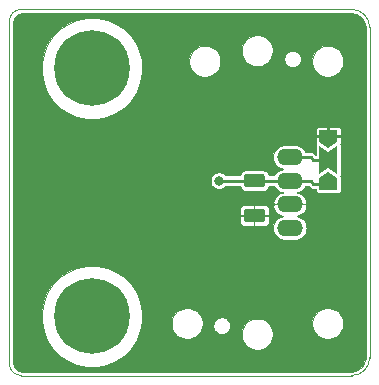
<source format=gbr>
G04 #@! TF.GenerationSoftware,KiCad,Pcbnew,5.1.9*
G04 #@! TF.CreationDate,2021-01-10T02:38:05+01:00*
G04 #@! TF.ProjectId,pressureSensorHolder,70726573-7375-4726-9553-656e736f7248,rev?*
G04 #@! TF.SameCoordinates,PX4dab598PY46b8d58*
G04 #@! TF.FileFunction,Copper,L1,Top*
G04 #@! TF.FilePolarity,Positive*
%FSLAX46Y46*%
G04 Gerber Fmt 4.6, Leading zero omitted, Abs format (unit mm)*
G04 Created by KiCad (PCBNEW 5.1.9) date 2021-01-10 02:38:05*
%MOMM*%
%LPD*%
G01*
G04 APERTURE LIST*
G04 #@! TA.AperFunction,Profile*
%ADD10C,0.050000*%
G04 #@! TD*
G04 #@! TA.AperFunction,ComponentPad*
%ADD11O,2.200000X1.400000*%
G04 #@! TD*
G04 #@! TA.AperFunction,ComponentPad*
%ADD12C,0.800000*%
G04 #@! TD*
G04 #@! TA.AperFunction,ComponentPad*
%ADD13C,6.400000*%
G04 #@! TD*
G04 #@! TA.AperFunction,SMDPad,CuDef*
%ADD14C,0.100000*%
G04 #@! TD*
G04 #@! TA.AperFunction,ViaPad*
%ADD15C,0.800000*%
G04 #@! TD*
G04 #@! TA.AperFunction,Conductor*
%ADD16C,0.254000*%
G04 #@! TD*
G04 #@! TA.AperFunction,Conductor*
%ADD17C,0.120000*%
G04 #@! TD*
G04 #@! TA.AperFunction,Conductor*
%ADD18C,0.100000*%
G04 #@! TD*
G04 APERTURE END LIST*
D10*
X47500000Y-25000000D02*
G75*
G02*
X46500000Y-24000000I0J1000000D01*
G01*
X46500000Y5000000D02*
G75*
G02*
X47500000Y6000000I1000000J0D01*
G01*
X77000000Y-23500000D02*
G75*
G02*
X75500000Y-25000000I-1500000J0D01*
G01*
X75500000Y6000000D02*
G75*
G02*
X77000000Y4500000I0J-1500000D01*
G01*
X77000000Y-23500000D02*
X77000000Y4500000D01*
X47500000Y-25000000D02*
X75500000Y-25000000D01*
X46500000Y5000000D02*
X46500000Y-24000000D01*
X75500000Y6000000D02*
X47500000Y6000000D01*
D11*
X70250000Y-6500000D03*
X70250000Y-8500000D03*
X70250000Y-10500000D03*
X70250000Y-12500000D03*
D12*
X55197056Y-18302944D03*
X53500000Y-17600000D03*
X51802944Y-18302944D03*
X51100000Y-20000000D03*
X51802944Y-21697056D03*
X53500000Y-22400000D03*
X55197056Y-21697056D03*
X55900000Y-20000000D03*
D13*
X53500000Y-20000000D03*
D12*
X55197056Y2697056D03*
X53500000Y3400000D03*
X51802944Y2697056D03*
X51100000Y1000000D03*
X51802944Y-697056D03*
X53500000Y-1400000D03*
X55197056Y-697056D03*
X55900000Y1000000D03*
D13*
X53500000Y1000000D03*
G04 #@! TA.AperFunction,SMDPad,CuDef*
D14*
G36*
X73500000Y-7750000D02*
G01*
X74250000Y-8250000D01*
X74250000Y-9250000D01*
X72750000Y-9250000D01*
X72750000Y-8250000D01*
X73500000Y-7750000D01*
G37*
G04 #@! TD.AperFunction*
G04 #@! TA.AperFunction,SMDPad,CuDef*
G36*
X73500000Y-6050000D02*
G01*
X74250000Y-5550000D01*
X74250000Y-7950000D01*
X73500000Y-7450000D01*
X72750000Y-7950000D01*
X72750000Y-5550000D01*
X73500000Y-6050000D01*
G37*
G04 #@! TD.AperFunction*
G04 #@! TA.AperFunction,SMDPad,CuDef*
G36*
X73500000Y-5750000D02*
G01*
X72750000Y-5250000D01*
X72750000Y-4250000D01*
X74250000Y-4250000D01*
X74250000Y-5250000D01*
X73500000Y-5750000D01*
G37*
G04 #@! TD.AperFunction*
G04 #@! TA.AperFunction,SMDPad,CuDef*
G36*
G01*
X66599999Y-10875000D02*
X67900001Y-10875000D01*
G75*
G02*
X68150000Y-11124999I0J-249999D01*
G01*
X68150000Y-11775001D01*
G75*
G02*
X67900001Y-12025000I-249999J0D01*
G01*
X66599999Y-12025000D01*
G75*
G02*
X66350000Y-11775001I0J249999D01*
G01*
X66350000Y-11124999D01*
G75*
G02*
X66599999Y-10875000I249999J0D01*
G01*
G37*
G04 #@! TD.AperFunction*
G04 #@! TA.AperFunction,SMDPad,CuDef*
G36*
G01*
X66599999Y-7925000D02*
X67900001Y-7925000D01*
G75*
G02*
X68150000Y-8174999I0J-249999D01*
G01*
X68150000Y-8825001D01*
G75*
G02*
X67900001Y-9075000I-249999J0D01*
G01*
X66599999Y-9075000D01*
G75*
G02*
X66350000Y-8825001I0J249999D01*
G01*
X66350000Y-8174999D01*
G75*
G02*
X66599999Y-7925000I249999J0D01*
G01*
G37*
G04 #@! TD.AperFunction*
D15*
X64250000Y-8500000D03*
D16*
X72250000Y-6750000D02*
X73500000Y-6750000D01*
X72000000Y-6500000D02*
X72250000Y-6750000D01*
X70250000Y-6500000D02*
X72000000Y-6500000D01*
X73500000Y-4750000D02*
X73500000Y-3500000D01*
X73500000Y-4750000D02*
X72000000Y-4750000D01*
X73500000Y-4750000D02*
X75000000Y-4750000D01*
X67250000Y-8500000D02*
X70250000Y-8500000D01*
X70250000Y-8500000D02*
X72000000Y-8500000D01*
X72250000Y-8750000D02*
X73500000Y-8750000D01*
X72000000Y-8500000D02*
X72250000Y-8750000D01*
X67250000Y-8500000D02*
X64250000Y-8500000D01*
D17*
X75724992Y5636309D02*
X75941422Y5570965D01*
X76141031Y5464832D01*
X76316225Y5321946D01*
X76460333Y5147750D01*
X76567857Y4948888D01*
X76634710Y4732923D01*
X76660001Y4492296D01*
X76660000Y-23483375D01*
X76636309Y-23724996D01*
X76570966Y-23941421D01*
X76464830Y-24141032D01*
X76321946Y-24316225D01*
X76147750Y-24460333D01*
X75948888Y-24567857D01*
X75732923Y-24634710D01*
X75492297Y-24660000D01*
X47516626Y-24660000D01*
X47372126Y-24645831D01*
X47249112Y-24608691D01*
X47135664Y-24548370D01*
X47036091Y-24467161D01*
X46954187Y-24368156D01*
X46893074Y-24255129D01*
X46855077Y-24132381D01*
X46840000Y-23988936D01*
X46840000Y-19580427D01*
X49240000Y-19580427D01*
X49240000Y-20419573D01*
X49403710Y-21242596D01*
X49724837Y-22017867D01*
X50191042Y-22715592D01*
X50784408Y-23308958D01*
X51482133Y-23775163D01*
X52257404Y-24096290D01*
X53080427Y-24260000D01*
X53919573Y-24260000D01*
X54742596Y-24096290D01*
X55517867Y-23775163D01*
X56215592Y-23308958D01*
X56808958Y-22715592D01*
X57275163Y-22017867D01*
X57596290Y-21242596D01*
X57749873Y-20470484D01*
X60235000Y-20470484D01*
X60235000Y-20729516D01*
X60285534Y-20983571D01*
X60384662Y-21222886D01*
X60528573Y-21438264D01*
X60711736Y-21621427D01*
X60927114Y-21765338D01*
X61166429Y-21864466D01*
X61420484Y-21915000D01*
X61679516Y-21915000D01*
X61933571Y-21864466D01*
X62172886Y-21765338D01*
X62388264Y-21621427D01*
X62571427Y-21438264D01*
X62715338Y-21222886D01*
X62814466Y-20983571D01*
X62864987Y-20729579D01*
X63785000Y-20729579D01*
X63785000Y-20870421D01*
X63812477Y-21008558D01*
X63866375Y-21138680D01*
X63944623Y-21255786D01*
X64044214Y-21355377D01*
X64161320Y-21433625D01*
X64291442Y-21487523D01*
X64429579Y-21515000D01*
X64570421Y-21515000D01*
X64708558Y-21487523D01*
X64838680Y-21433625D01*
X64933176Y-21370484D01*
X66185000Y-21370484D01*
X66185000Y-21629516D01*
X66235534Y-21883571D01*
X66334662Y-22122886D01*
X66478573Y-22338264D01*
X66661736Y-22521427D01*
X66877114Y-22665338D01*
X67116429Y-22764466D01*
X67370484Y-22815000D01*
X67629516Y-22815000D01*
X67883571Y-22764466D01*
X68122886Y-22665338D01*
X68338264Y-22521427D01*
X68521427Y-22338264D01*
X68665338Y-22122886D01*
X68764466Y-21883571D01*
X68815000Y-21629516D01*
X68815000Y-21370484D01*
X68764466Y-21116429D01*
X68665338Y-20877114D01*
X68521427Y-20661736D01*
X68338264Y-20478573D01*
X68326158Y-20470484D01*
X72135000Y-20470484D01*
X72135000Y-20729516D01*
X72185534Y-20983571D01*
X72284662Y-21222886D01*
X72428573Y-21438264D01*
X72611736Y-21621427D01*
X72827114Y-21765338D01*
X73066429Y-21864466D01*
X73320484Y-21915000D01*
X73579516Y-21915000D01*
X73833571Y-21864466D01*
X74072886Y-21765338D01*
X74288264Y-21621427D01*
X74471427Y-21438264D01*
X74615338Y-21222886D01*
X74714466Y-20983571D01*
X74765000Y-20729516D01*
X74765000Y-20470484D01*
X74714466Y-20216429D01*
X74615338Y-19977114D01*
X74471427Y-19761736D01*
X74288264Y-19578573D01*
X74072886Y-19434662D01*
X73833571Y-19335534D01*
X73579516Y-19285000D01*
X73320484Y-19285000D01*
X73066429Y-19335534D01*
X72827114Y-19434662D01*
X72611736Y-19578573D01*
X72428573Y-19761736D01*
X72284662Y-19977114D01*
X72185534Y-20216429D01*
X72135000Y-20470484D01*
X68326158Y-20470484D01*
X68122886Y-20334662D01*
X67883571Y-20235534D01*
X67629516Y-20185000D01*
X67370484Y-20185000D01*
X67116429Y-20235534D01*
X66877114Y-20334662D01*
X66661736Y-20478573D01*
X66478573Y-20661736D01*
X66334662Y-20877114D01*
X66235534Y-21116429D01*
X66185000Y-21370484D01*
X64933176Y-21370484D01*
X64955786Y-21355377D01*
X65055377Y-21255786D01*
X65133625Y-21138680D01*
X65187523Y-21008558D01*
X65215000Y-20870421D01*
X65215000Y-20729579D01*
X65187523Y-20591442D01*
X65133625Y-20461320D01*
X65055377Y-20344214D01*
X64955786Y-20244623D01*
X64838680Y-20166375D01*
X64708558Y-20112477D01*
X64570421Y-20085000D01*
X64429579Y-20085000D01*
X64291442Y-20112477D01*
X64161320Y-20166375D01*
X64044214Y-20244623D01*
X63944623Y-20344214D01*
X63866375Y-20461320D01*
X63812477Y-20591442D01*
X63785000Y-20729579D01*
X62864987Y-20729579D01*
X62865000Y-20729516D01*
X62865000Y-20470484D01*
X62814466Y-20216429D01*
X62715338Y-19977114D01*
X62571427Y-19761736D01*
X62388264Y-19578573D01*
X62172886Y-19434662D01*
X61933571Y-19335534D01*
X61679516Y-19285000D01*
X61420484Y-19285000D01*
X61166429Y-19335534D01*
X60927114Y-19434662D01*
X60711736Y-19578573D01*
X60528573Y-19761736D01*
X60384662Y-19977114D01*
X60285534Y-20216429D01*
X60235000Y-20470484D01*
X57749873Y-20470484D01*
X57760000Y-20419573D01*
X57760000Y-19580427D01*
X57596290Y-18757404D01*
X57275163Y-17982133D01*
X56808958Y-17284408D01*
X56215592Y-16691042D01*
X55517867Y-16224837D01*
X54742596Y-15903710D01*
X53919573Y-15740000D01*
X53080427Y-15740000D01*
X52257404Y-15903710D01*
X51482133Y-16224837D01*
X50784408Y-16691042D01*
X50191042Y-17284408D01*
X49724837Y-17982133D01*
X49403710Y-18757404D01*
X49240000Y-19580427D01*
X46840000Y-19580427D01*
X46840000Y-12500000D01*
X68830089Y-12500000D01*
X68849686Y-12698975D01*
X68907725Y-12890303D01*
X69001975Y-13066632D01*
X69128814Y-13221186D01*
X69283368Y-13348025D01*
X69459697Y-13442275D01*
X69651025Y-13500314D01*
X69800137Y-13515000D01*
X70699863Y-13515000D01*
X70848975Y-13500314D01*
X71040303Y-13442275D01*
X71216632Y-13348025D01*
X71371186Y-13221186D01*
X71498025Y-13066632D01*
X71592275Y-12890303D01*
X71650314Y-12698975D01*
X71669911Y-12500000D01*
X71650314Y-12301025D01*
X71592275Y-12109697D01*
X71498025Y-11933368D01*
X71371186Y-11778814D01*
X71216632Y-11651975D01*
X71040303Y-11557725D01*
X70848975Y-11499686D01*
X70825930Y-11497416D01*
X70851449Y-11494814D01*
X71041657Y-11436398D01*
X71216814Y-11341997D01*
X71370188Y-11215238D01*
X71495886Y-11060993D01*
X71589077Y-10885190D01*
X71646180Y-10694584D01*
X71651950Y-10662237D01*
X71586243Y-10503500D01*
X70253500Y-10503500D01*
X70253500Y-10523500D01*
X70246500Y-10523500D01*
X70246500Y-10503500D01*
X68913757Y-10503500D01*
X68848050Y-10662237D01*
X68853820Y-10694584D01*
X68910923Y-10885190D01*
X69004114Y-11060993D01*
X69129812Y-11215238D01*
X69283186Y-11341997D01*
X69458343Y-11436398D01*
X69648551Y-11494814D01*
X69674070Y-11497416D01*
X69651025Y-11499686D01*
X69459697Y-11557725D01*
X69283368Y-11651975D01*
X69128814Y-11778814D01*
X69001975Y-11933368D01*
X68907725Y-12109697D01*
X68849686Y-12301025D01*
X68830089Y-12500000D01*
X46840000Y-12500000D01*
X46840000Y-12025000D01*
X66033476Y-12025000D01*
X66039558Y-12086751D01*
X66057570Y-12146128D01*
X66086820Y-12200851D01*
X66126184Y-12248816D01*
X66174149Y-12288180D01*
X66228872Y-12317430D01*
X66288249Y-12335442D01*
X66350000Y-12341524D01*
X67167750Y-12340000D01*
X67246500Y-12261250D01*
X67246500Y-11453500D01*
X67253500Y-11453500D01*
X67253500Y-12261250D01*
X67332250Y-12340000D01*
X68150000Y-12341524D01*
X68211751Y-12335442D01*
X68271128Y-12317430D01*
X68325851Y-12288180D01*
X68373816Y-12248816D01*
X68413180Y-12200851D01*
X68442430Y-12146128D01*
X68460442Y-12086751D01*
X68466524Y-12025000D01*
X68465000Y-11532250D01*
X68386250Y-11453500D01*
X67253500Y-11453500D01*
X67246500Y-11453500D01*
X66113750Y-11453500D01*
X66035000Y-11532250D01*
X66033476Y-12025000D01*
X46840000Y-12025000D01*
X46840000Y-10875000D01*
X66033476Y-10875000D01*
X66035000Y-11367750D01*
X66113750Y-11446500D01*
X67246500Y-11446500D01*
X67246500Y-10638750D01*
X67253500Y-10638750D01*
X67253500Y-11446500D01*
X68386250Y-11446500D01*
X68465000Y-11367750D01*
X68466524Y-10875000D01*
X68460442Y-10813249D01*
X68442430Y-10753872D01*
X68413180Y-10699149D01*
X68373816Y-10651184D01*
X68325851Y-10611820D01*
X68271128Y-10582570D01*
X68211751Y-10564558D01*
X68150000Y-10558476D01*
X67332250Y-10560000D01*
X67253500Y-10638750D01*
X67246500Y-10638750D01*
X67167750Y-10560000D01*
X66350000Y-10558476D01*
X66288249Y-10564558D01*
X66228872Y-10582570D01*
X66174149Y-10611820D01*
X66126184Y-10651184D01*
X66086820Y-10699149D01*
X66057570Y-10753872D01*
X66039558Y-10813249D01*
X66033476Y-10875000D01*
X46840000Y-10875000D01*
X46840000Y-8429579D01*
X63535000Y-8429579D01*
X63535000Y-8570421D01*
X63562477Y-8708558D01*
X63616375Y-8838680D01*
X63694623Y-8955786D01*
X63794214Y-9055377D01*
X63911320Y-9133625D01*
X64041442Y-9187523D01*
X64179579Y-9215000D01*
X64320421Y-9215000D01*
X64458558Y-9187523D01*
X64588680Y-9133625D01*
X64705786Y-9055377D01*
X64805377Y-8955786D01*
X64814589Y-8942000D01*
X66046326Y-8942000D01*
X66076600Y-9041800D01*
X66128952Y-9139744D01*
X66199407Y-9225593D01*
X66285256Y-9296048D01*
X66383200Y-9348400D01*
X66489476Y-9380638D01*
X66599999Y-9391524D01*
X67900001Y-9391524D01*
X68010524Y-9380638D01*
X68116800Y-9348400D01*
X68214744Y-9296048D01*
X68300593Y-9225593D01*
X68371048Y-9139744D01*
X68423400Y-9041800D01*
X68453674Y-8942000D01*
X68935358Y-8942000D01*
X69001975Y-9066632D01*
X69128814Y-9221186D01*
X69283368Y-9348025D01*
X69459697Y-9442275D01*
X69651025Y-9500314D01*
X69674070Y-9502584D01*
X69648551Y-9505186D01*
X69458343Y-9563602D01*
X69283186Y-9658003D01*
X69129812Y-9784762D01*
X69004114Y-9939007D01*
X68910923Y-10114810D01*
X68853820Y-10305416D01*
X68848050Y-10337763D01*
X68913757Y-10496500D01*
X70246500Y-10496500D01*
X70246500Y-10476500D01*
X70253500Y-10476500D01*
X70253500Y-10496500D01*
X71586243Y-10496500D01*
X71651950Y-10337763D01*
X71646180Y-10305416D01*
X71589077Y-10114810D01*
X71495886Y-9939007D01*
X71370188Y-9784762D01*
X71216814Y-9658003D01*
X71041657Y-9563602D01*
X70851449Y-9505186D01*
X70825930Y-9502584D01*
X70848975Y-9500314D01*
X71040303Y-9442275D01*
X71216632Y-9348025D01*
X71371186Y-9221186D01*
X71498025Y-9066632D01*
X71564642Y-8942000D01*
X71816918Y-8942000D01*
X71922108Y-9047190D01*
X71935947Y-9064053D01*
X72003250Y-9119287D01*
X72080036Y-9160330D01*
X72163353Y-9185604D01*
X72228293Y-9192000D01*
X72228302Y-9192000D01*
X72249999Y-9194137D01*
X72271696Y-9192000D01*
X72433476Y-9192000D01*
X72433476Y-9250000D01*
X72439558Y-9311751D01*
X72457570Y-9371128D01*
X72486820Y-9425851D01*
X72526184Y-9473816D01*
X72574149Y-9513180D01*
X72628872Y-9542430D01*
X72688249Y-9560442D01*
X72750000Y-9566524D01*
X74250000Y-9566524D01*
X74311751Y-9560442D01*
X74371128Y-9542430D01*
X74425851Y-9513180D01*
X74473816Y-9473816D01*
X74513180Y-9425851D01*
X74542430Y-9371128D01*
X74560442Y-9311751D01*
X74566524Y-9250000D01*
X74566524Y-8250000D01*
X74560377Y-8187925D01*
X74542303Y-8128566D01*
X74526997Y-8100001D01*
X74542430Y-8071128D01*
X74560442Y-8011751D01*
X74566524Y-7950000D01*
X74566524Y-5550000D01*
X74560507Y-5488574D01*
X74542557Y-5429177D01*
X74526999Y-5399997D01*
X74542430Y-5371128D01*
X74560442Y-5311751D01*
X74566524Y-5250000D01*
X74566524Y-4250000D01*
X74560442Y-4188249D01*
X74542430Y-4128872D01*
X74513180Y-4074149D01*
X74473816Y-4026184D01*
X74425851Y-3986820D01*
X74371128Y-3957570D01*
X74311751Y-3939558D01*
X74250000Y-3933476D01*
X72750000Y-3933476D01*
X72688249Y-3939558D01*
X72628872Y-3957570D01*
X72574149Y-3986820D01*
X72526184Y-4026184D01*
X72486820Y-4074149D01*
X72457570Y-4128872D01*
X72439558Y-4188249D01*
X72433476Y-4250000D01*
X72433476Y-5250000D01*
X72439623Y-5312075D01*
X72457697Y-5371434D01*
X72473003Y-5399999D01*
X72457570Y-5428872D01*
X72439558Y-5488249D01*
X72433476Y-5550000D01*
X72433476Y-6308000D01*
X72433082Y-6308000D01*
X72327892Y-6202810D01*
X72314053Y-6185947D01*
X72246750Y-6130713D01*
X72169964Y-6089670D01*
X72086647Y-6064396D01*
X72021707Y-6058000D01*
X72021705Y-6058000D01*
X72000000Y-6055862D01*
X71978295Y-6058000D01*
X71564642Y-6058000D01*
X71498025Y-5933368D01*
X71371186Y-5778814D01*
X71216632Y-5651975D01*
X71040303Y-5557725D01*
X70848975Y-5499686D01*
X70699863Y-5485000D01*
X69800137Y-5485000D01*
X69651025Y-5499686D01*
X69459697Y-5557725D01*
X69283368Y-5651975D01*
X69128814Y-5778814D01*
X69001975Y-5933368D01*
X68907725Y-6109697D01*
X68849686Y-6301025D01*
X68830089Y-6500000D01*
X68849686Y-6698975D01*
X68907725Y-6890303D01*
X69001975Y-7066632D01*
X69128814Y-7221186D01*
X69283368Y-7348025D01*
X69459697Y-7442275D01*
X69649990Y-7500000D01*
X69459697Y-7557725D01*
X69283368Y-7651975D01*
X69128814Y-7778814D01*
X69001975Y-7933368D01*
X68935358Y-8058000D01*
X68453674Y-8058000D01*
X68423400Y-7958200D01*
X68371048Y-7860256D01*
X68300593Y-7774407D01*
X68214744Y-7703952D01*
X68116800Y-7651600D01*
X68010524Y-7619362D01*
X67900001Y-7608476D01*
X66599999Y-7608476D01*
X66489476Y-7619362D01*
X66383200Y-7651600D01*
X66285256Y-7703952D01*
X66199407Y-7774407D01*
X66128952Y-7860256D01*
X66076600Y-7958200D01*
X66046326Y-8058000D01*
X64814589Y-8058000D01*
X64805377Y-8044214D01*
X64705786Y-7944623D01*
X64588680Y-7866375D01*
X64458558Y-7812477D01*
X64320421Y-7785000D01*
X64179579Y-7785000D01*
X64041442Y-7812477D01*
X63911320Y-7866375D01*
X63794214Y-7944623D01*
X63694623Y-8044214D01*
X63616375Y-8161320D01*
X63562477Y-8291442D01*
X63535000Y-8429579D01*
X46840000Y-8429579D01*
X46840000Y1419573D01*
X49240000Y1419573D01*
X49240000Y580427D01*
X49403710Y-242596D01*
X49724837Y-1017867D01*
X50191042Y-1715592D01*
X50784408Y-2308958D01*
X51482133Y-2775163D01*
X52257404Y-3096290D01*
X53080427Y-3260000D01*
X53919573Y-3260000D01*
X54742596Y-3096290D01*
X55517867Y-2775163D01*
X56215592Y-2308958D01*
X56808958Y-1715592D01*
X57275163Y-1017867D01*
X57596290Y-242596D01*
X57760000Y580427D01*
X57760000Y1419573D01*
X57698349Y1729516D01*
X61735000Y1729516D01*
X61735000Y1470484D01*
X61785534Y1216429D01*
X61884662Y977114D01*
X62028573Y761736D01*
X62211736Y578573D01*
X62427114Y434662D01*
X62666429Y335534D01*
X62920484Y285000D01*
X63179516Y285000D01*
X63433571Y335534D01*
X63672886Y434662D01*
X63888264Y578573D01*
X64071427Y761736D01*
X64215338Y977114D01*
X64314466Y1216429D01*
X64365000Y1470484D01*
X64365000Y1729516D01*
X64314466Y1983571D01*
X64215338Y2222886D01*
X64071427Y2438264D01*
X63888264Y2621427D01*
X63876158Y2629516D01*
X66185000Y2629516D01*
X66185000Y2370484D01*
X66235534Y2116429D01*
X66334662Y1877114D01*
X66478573Y1661736D01*
X66661736Y1478573D01*
X66877114Y1334662D01*
X67116429Y1235534D01*
X67370484Y1185000D01*
X67629516Y1185000D01*
X67883571Y1235534D01*
X68122886Y1334662D01*
X68338264Y1478573D01*
X68521427Y1661736D01*
X68660865Y1870421D01*
X69785000Y1870421D01*
X69785000Y1729579D01*
X69812477Y1591442D01*
X69866375Y1461320D01*
X69944623Y1344214D01*
X70044214Y1244623D01*
X70161320Y1166375D01*
X70291442Y1112477D01*
X70429579Y1085000D01*
X70570421Y1085000D01*
X70708558Y1112477D01*
X70838680Y1166375D01*
X70955786Y1244623D01*
X71055377Y1344214D01*
X71133625Y1461320D01*
X71187523Y1591442D01*
X71214987Y1729516D01*
X72135000Y1729516D01*
X72135000Y1470484D01*
X72185534Y1216429D01*
X72284662Y977114D01*
X72428573Y761736D01*
X72611736Y578573D01*
X72827114Y434662D01*
X73066429Y335534D01*
X73320484Y285000D01*
X73579516Y285000D01*
X73833571Y335534D01*
X74072886Y434662D01*
X74288264Y578573D01*
X74471427Y761736D01*
X74615338Y977114D01*
X74714466Y1216429D01*
X74765000Y1470484D01*
X74765000Y1729516D01*
X74714466Y1983571D01*
X74615338Y2222886D01*
X74471427Y2438264D01*
X74288264Y2621427D01*
X74072886Y2765338D01*
X73833571Y2864466D01*
X73579516Y2915000D01*
X73320484Y2915000D01*
X73066429Y2864466D01*
X72827114Y2765338D01*
X72611736Y2621427D01*
X72428573Y2438264D01*
X72284662Y2222886D01*
X72185534Y1983571D01*
X72135000Y1729516D01*
X71214987Y1729516D01*
X71215000Y1729579D01*
X71215000Y1870421D01*
X71187523Y2008558D01*
X71133625Y2138680D01*
X71055377Y2255786D01*
X70955786Y2355377D01*
X70838680Y2433625D01*
X70708558Y2487523D01*
X70570421Y2515000D01*
X70429579Y2515000D01*
X70291442Y2487523D01*
X70161320Y2433625D01*
X70044214Y2355377D01*
X69944623Y2255786D01*
X69866375Y2138680D01*
X69812477Y2008558D01*
X69785000Y1870421D01*
X68660865Y1870421D01*
X68665338Y1877114D01*
X68764466Y2116429D01*
X68815000Y2370484D01*
X68815000Y2629516D01*
X68764466Y2883571D01*
X68665338Y3122886D01*
X68521427Y3338264D01*
X68338264Y3521427D01*
X68122886Y3665338D01*
X67883571Y3764466D01*
X67629516Y3815000D01*
X67370484Y3815000D01*
X67116429Y3764466D01*
X66877114Y3665338D01*
X66661736Y3521427D01*
X66478573Y3338264D01*
X66334662Y3122886D01*
X66235534Y2883571D01*
X66185000Y2629516D01*
X63876158Y2629516D01*
X63672886Y2765338D01*
X63433571Y2864466D01*
X63179516Y2915000D01*
X62920484Y2915000D01*
X62666429Y2864466D01*
X62427114Y2765338D01*
X62211736Y2621427D01*
X62028573Y2438264D01*
X61884662Y2222886D01*
X61785534Y1983571D01*
X61735000Y1729516D01*
X57698349Y1729516D01*
X57596290Y2242596D01*
X57275163Y3017867D01*
X56808958Y3715592D01*
X56215592Y4308958D01*
X55517867Y4775163D01*
X54742596Y5096290D01*
X53919573Y5260000D01*
X53080427Y5260000D01*
X52257404Y5096290D01*
X51482133Y4775163D01*
X50784408Y4308958D01*
X50191042Y3715592D01*
X49724837Y3017867D01*
X49403710Y2242596D01*
X49240000Y1419573D01*
X46840000Y1419573D01*
X46840000Y4983373D01*
X46854169Y5127875D01*
X46891308Y5250887D01*
X46951632Y5364339D01*
X47032840Y5463909D01*
X47131842Y5545812D01*
X47244870Y5606926D01*
X47367619Y5644923D01*
X47511063Y5660000D01*
X75483375Y5660000D01*
X75724992Y5636309D01*
G04 #@! TA.AperFunction,Conductor*
D18*
G36*
X75724992Y5636309D02*
G01*
X75941422Y5570965D01*
X76141031Y5464832D01*
X76316225Y5321946D01*
X76460333Y5147750D01*
X76567857Y4948888D01*
X76634710Y4732923D01*
X76660001Y4492296D01*
X76660000Y-23483375D01*
X76636309Y-23724996D01*
X76570966Y-23941421D01*
X76464830Y-24141032D01*
X76321946Y-24316225D01*
X76147750Y-24460333D01*
X75948888Y-24567857D01*
X75732923Y-24634710D01*
X75492297Y-24660000D01*
X47516626Y-24660000D01*
X47372126Y-24645831D01*
X47249112Y-24608691D01*
X47135664Y-24548370D01*
X47036091Y-24467161D01*
X46954187Y-24368156D01*
X46893074Y-24255129D01*
X46855077Y-24132381D01*
X46840000Y-23988936D01*
X46840000Y-19580427D01*
X49240000Y-19580427D01*
X49240000Y-20419573D01*
X49403710Y-21242596D01*
X49724837Y-22017867D01*
X50191042Y-22715592D01*
X50784408Y-23308958D01*
X51482133Y-23775163D01*
X52257404Y-24096290D01*
X53080427Y-24260000D01*
X53919573Y-24260000D01*
X54742596Y-24096290D01*
X55517867Y-23775163D01*
X56215592Y-23308958D01*
X56808958Y-22715592D01*
X57275163Y-22017867D01*
X57596290Y-21242596D01*
X57749873Y-20470484D01*
X60235000Y-20470484D01*
X60235000Y-20729516D01*
X60285534Y-20983571D01*
X60384662Y-21222886D01*
X60528573Y-21438264D01*
X60711736Y-21621427D01*
X60927114Y-21765338D01*
X61166429Y-21864466D01*
X61420484Y-21915000D01*
X61679516Y-21915000D01*
X61933571Y-21864466D01*
X62172886Y-21765338D01*
X62388264Y-21621427D01*
X62571427Y-21438264D01*
X62715338Y-21222886D01*
X62814466Y-20983571D01*
X62864987Y-20729579D01*
X63785000Y-20729579D01*
X63785000Y-20870421D01*
X63812477Y-21008558D01*
X63866375Y-21138680D01*
X63944623Y-21255786D01*
X64044214Y-21355377D01*
X64161320Y-21433625D01*
X64291442Y-21487523D01*
X64429579Y-21515000D01*
X64570421Y-21515000D01*
X64708558Y-21487523D01*
X64838680Y-21433625D01*
X64933176Y-21370484D01*
X66185000Y-21370484D01*
X66185000Y-21629516D01*
X66235534Y-21883571D01*
X66334662Y-22122886D01*
X66478573Y-22338264D01*
X66661736Y-22521427D01*
X66877114Y-22665338D01*
X67116429Y-22764466D01*
X67370484Y-22815000D01*
X67629516Y-22815000D01*
X67883571Y-22764466D01*
X68122886Y-22665338D01*
X68338264Y-22521427D01*
X68521427Y-22338264D01*
X68665338Y-22122886D01*
X68764466Y-21883571D01*
X68815000Y-21629516D01*
X68815000Y-21370484D01*
X68764466Y-21116429D01*
X68665338Y-20877114D01*
X68521427Y-20661736D01*
X68338264Y-20478573D01*
X68326158Y-20470484D01*
X72135000Y-20470484D01*
X72135000Y-20729516D01*
X72185534Y-20983571D01*
X72284662Y-21222886D01*
X72428573Y-21438264D01*
X72611736Y-21621427D01*
X72827114Y-21765338D01*
X73066429Y-21864466D01*
X73320484Y-21915000D01*
X73579516Y-21915000D01*
X73833571Y-21864466D01*
X74072886Y-21765338D01*
X74288264Y-21621427D01*
X74471427Y-21438264D01*
X74615338Y-21222886D01*
X74714466Y-20983571D01*
X74765000Y-20729516D01*
X74765000Y-20470484D01*
X74714466Y-20216429D01*
X74615338Y-19977114D01*
X74471427Y-19761736D01*
X74288264Y-19578573D01*
X74072886Y-19434662D01*
X73833571Y-19335534D01*
X73579516Y-19285000D01*
X73320484Y-19285000D01*
X73066429Y-19335534D01*
X72827114Y-19434662D01*
X72611736Y-19578573D01*
X72428573Y-19761736D01*
X72284662Y-19977114D01*
X72185534Y-20216429D01*
X72135000Y-20470484D01*
X68326158Y-20470484D01*
X68122886Y-20334662D01*
X67883571Y-20235534D01*
X67629516Y-20185000D01*
X67370484Y-20185000D01*
X67116429Y-20235534D01*
X66877114Y-20334662D01*
X66661736Y-20478573D01*
X66478573Y-20661736D01*
X66334662Y-20877114D01*
X66235534Y-21116429D01*
X66185000Y-21370484D01*
X64933176Y-21370484D01*
X64955786Y-21355377D01*
X65055377Y-21255786D01*
X65133625Y-21138680D01*
X65187523Y-21008558D01*
X65215000Y-20870421D01*
X65215000Y-20729579D01*
X65187523Y-20591442D01*
X65133625Y-20461320D01*
X65055377Y-20344214D01*
X64955786Y-20244623D01*
X64838680Y-20166375D01*
X64708558Y-20112477D01*
X64570421Y-20085000D01*
X64429579Y-20085000D01*
X64291442Y-20112477D01*
X64161320Y-20166375D01*
X64044214Y-20244623D01*
X63944623Y-20344214D01*
X63866375Y-20461320D01*
X63812477Y-20591442D01*
X63785000Y-20729579D01*
X62864987Y-20729579D01*
X62865000Y-20729516D01*
X62865000Y-20470484D01*
X62814466Y-20216429D01*
X62715338Y-19977114D01*
X62571427Y-19761736D01*
X62388264Y-19578573D01*
X62172886Y-19434662D01*
X61933571Y-19335534D01*
X61679516Y-19285000D01*
X61420484Y-19285000D01*
X61166429Y-19335534D01*
X60927114Y-19434662D01*
X60711736Y-19578573D01*
X60528573Y-19761736D01*
X60384662Y-19977114D01*
X60285534Y-20216429D01*
X60235000Y-20470484D01*
X57749873Y-20470484D01*
X57760000Y-20419573D01*
X57760000Y-19580427D01*
X57596290Y-18757404D01*
X57275163Y-17982133D01*
X56808958Y-17284408D01*
X56215592Y-16691042D01*
X55517867Y-16224837D01*
X54742596Y-15903710D01*
X53919573Y-15740000D01*
X53080427Y-15740000D01*
X52257404Y-15903710D01*
X51482133Y-16224837D01*
X50784408Y-16691042D01*
X50191042Y-17284408D01*
X49724837Y-17982133D01*
X49403710Y-18757404D01*
X49240000Y-19580427D01*
X46840000Y-19580427D01*
X46840000Y-12500000D01*
X68830089Y-12500000D01*
X68849686Y-12698975D01*
X68907725Y-12890303D01*
X69001975Y-13066632D01*
X69128814Y-13221186D01*
X69283368Y-13348025D01*
X69459697Y-13442275D01*
X69651025Y-13500314D01*
X69800137Y-13515000D01*
X70699863Y-13515000D01*
X70848975Y-13500314D01*
X71040303Y-13442275D01*
X71216632Y-13348025D01*
X71371186Y-13221186D01*
X71498025Y-13066632D01*
X71592275Y-12890303D01*
X71650314Y-12698975D01*
X71669911Y-12500000D01*
X71650314Y-12301025D01*
X71592275Y-12109697D01*
X71498025Y-11933368D01*
X71371186Y-11778814D01*
X71216632Y-11651975D01*
X71040303Y-11557725D01*
X70848975Y-11499686D01*
X70825930Y-11497416D01*
X70851449Y-11494814D01*
X71041657Y-11436398D01*
X71216814Y-11341997D01*
X71370188Y-11215238D01*
X71495886Y-11060993D01*
X71589077Y-10885190D01*
X71646180Y-10694584D01*
X71651950Y-10662237D01*
X71586243Y-10503500D01*
X70253500Y-10503500D01*
X70253500Y-10523500D01*
X70246500Y-10523500D01*
X70246500Y-10503500D01*
X68913757Y-10503500D01*
X68848050Y-10662237D01*
X68853820Y-10694584D01*
X68910923Y-10885190D01*
X69004114Y-11060993D01*
X69129812Y-11215238D01*
X69283186Y-11341997D01*
X69458343Y-11436398D01*
X69648551Y-11494814D01*
X69674070Y-11497416D01*
X69651025Y-11499686D01*
X69459697Y-11557725D01*
X69283368Y-11651975D01*
X69128814Y-11778814D01*
X69001975Y-11933368D01*
X68907725Y-12109697D01*
X68849686Y-12301025D01*
X68830089Y-12500000D01*
X46840000Y-12500000D01*
X46840000Y-12025000D01*
X66033476Y-12025000D01*
X66039558Y-12086751D01*
X66057570Y-12146128D01*
X66086820Y-12200851D01*
X66126184Y-12248816D01*
X66174149Y-12288180D01*
X66228872Y-12317430D01*
X66288249Y-12335442D01*
X66350000Y-12341524D01*
X67167750Y-12340000D01*
X67246500Y-12261250D01*
X67246500Y-11453500D01*
X67253500Y-11453500D01*
X67253500Y-12261250D01*
X67332250Y-12340000D01*
X68150000Y-12341524D01*
X68211751Y-12335442D01*
X68271128Y-12317430D01*
X68325851Y-12288180D01*
X68373816Y-12248816D01*
X68413180Y-12200851D01*
X68442430Y-12146128D01*
X68460442Y-12086751D01*
X68466524Y-12025000D01*
X68465000Y-11532250D01*
X68386250Y-11453500D01*
X67253500Y-11453500D01*
X67246500Y-11453500D01*
X66113750Y-11453500D01*
X66035000Y-11532250D01*
X66033476Y-12025000D01*
X46840000Y-12025000D01*
X46840000Y-10875000D01*
X66033476Y-10875000D01*
X66035000Y-11367750D01*
X66113750Y-11446500D01*
X67246500Y-11446500D01*
X67246500Y-10638750D01*
X67253500Y-10638750D01*
X67253500Y-11446500D01*
X68386250Y-11446500D01*
X68465000Y-11367750D01*
X68466524Y-10875000D01*
X68460442Y-10813249D01*
X68442430Y-10753872D01*
X68413180Y-10699149D01*
X68373816Y-10651184D01*
X68325851Y-10611820D01*
X68271128Y-10582570D01*
X68211751Y-10564558D01*
X68150000Y-10558476D01*
X67332250Y-10560000D01*
X67253500Y-10638750D01*
X67246500Y-10638750D01*
X67167750Y-10560000D01*
X66350000Y-10558476D01*
X66288249Y-10564558D01*
X66228872Y-10582570D01*
X66174149Y-10611820D01*
X66126184Y-10651184D01*
X66086820Y-10699149D01*
X66057570Y-10753872D01*
X66039558Y-10813249D01*
X66033476Y-10875000D01*
X46840000Y-10875000D01*
X46840000Y-8429579D01*
X63535000Y-8429579D01*
X63535000Y-8570421D01*
X63562477Y-8708558D01*
X63616375Y-8838680D01*
X63694623Y-8955786D01*
X63794214Y-9055377D01*
X63911320Y-9133625D01*
X64041442Y-9187523D01*
X64179579Y-9215000D01*
X64320421Y-9215000D01*
X64458558Y-9187523D01*
X64588680Y-9133625D01*
X64705786Y-9055377D01*
X64805377Y-8955786D01*
X64814589Y-8942000D01*
X66046326Y-8942000D01*
X66076600Y-9041800D01*
X66128952Y-9139744D01*
X66199407Y-9225593D01*
X66285256Y-9296048D01*
X66383200Y-9348400D01*
X66489476Y-9380638D01*
X66599999Y-9391524D01*
X67900001Y-9391524D01*
X68010524Y-9380638D01*
X68116800Y-9348400D01*
X68214744Y-9296048D01*
X68300593Y-9225593D01*
X68371048Y-9139744D01*
X68423400Y-9041800D01*
X68453674Y-8942000D01*
X68935358Y-8942000D01*
X69001975Y-9066632D01*
X69128814Y-9221186D01*
X69283368Y-9348025D01*
X69459697Y-9442275D01*
X69651025Y-9500314D01*
X69674070Y-9502584D01*
X69648551Y-9505186D01*
X69458343Y-9563602D01*
X69283186Y-9658003D01*
X69129812Y-9784762D01*
X69004114Y-9939007D01*
X68910923Y-10114810D01*
X68853820Y-10305416D01*
X68848050Y-10337763D01*
X68913757Y-10496500D01*
X70246500Y-10496500D01*
X70246500Y-10476500D01*
X70253500Y-10476500D01*
X70253500Y-10496500D01*
X71586243Y-10496500D01*
X71651950Y-10337763D01*
X71646180Y-10305416D01*
X71589077Y-10114810D01*
X71495886Y-9939007D01*
X71370188Y-9784762D01*
X71216814Y-9658003D01*
X71041657Y-9563602D01*
X70851449Y-9505186D01*
X70825930Y-9502584D01*
X70848975Y-9500314D01*
X71040303Y-9442275D01*
X71216632Y-9348025D01*
X71371186Y-9221186D01*
X71498025Y-9066632D01*
X71564642Y-8942000D01*
X71816918Y-8942000D01*
X71922108Y-9047190D01*
X71935947Y-9064053D01*
X72003250Y-9119287D01*
X72080036Y-9160330D01*
X72163353Y-9185604D01*
X72228293Y-9192000D01*
X72228302Y-9192000D01*
X72249999Y-9194137D01*
X72271696Y-9192000D01*
X72433476Y-9192000D01*
X72433476Y-9250000D01*
X72439558Y-9311751D01*
X72457570Y-9371128D01*
X72486820Y-9425851D01*
X72526184Y-9473816D01*
X72574149Y-9513180D01*
X72628872Y-9542430D01*
X72688249Y-9560442D01*
X72750000Y-9566524D01*
X74250000Y-9566524D01*
X74311751Y-9560442D01*
X74371128Y-9542430D01*
X74425851Y-9513180D01*
X74473816Y-9473816D01*
X74513180Y-9425851D01*
X74542430Y-9371128D01*
X74560442Y-9311751D01*
X74566524Y-9250000D01*
X74566524Y-8250000D01*
X74560377Y-8187925D01*
X74542303Y-8128566D01*
X74526997Y-8100001D01*
X74542430Y-8071128D01*
X74560442Y-8011751D01*
X74566524Y-7950000D01*
X74566524Y-5550000D01*
X74560507Y-5488574D01*
X74542557Y-5429177D01*
X74526999Y-5399997D01*
X74542430Y-5371128D01*
X74560442Y-5311751D01*
X74566524Y-5250000D01*
X74566524Y-4250000D01*
X74560442Y-4188249D01*
X74542430Y-4128872D01*
X74513180Y-4074149D01*
X74473816Y-4026184D01*
X74425851Y-3986820D01*
X74371128Y-3957570D01*
X74311751Y-3939558D01*
X74250000Y-3933476D01*
X72750000Y-3933476D01*
X72688249Y-3939558D01*
X72628872Y-3957570D01*
X72574149Y-3986820D01*
X72526184Y-4026184D01*
X72486820Y-4074149D01*
X72457570Y-4128872D01*
X72439558Y-4188249D01*
X72433476Y-4250000D01*
X72433476Y-5250000D01*
X72439623Y-5312075D01*
X72457697Y-5371434D01*
X72473003Y-5399999D01*
X72457570Y-5428872D01*
X72439558Y-5488249D01*
X72433476Y-5550000D01*
X72433476Y-6308000D01*
X72433082Y-6308000D01*
X72327892Y-6202810D01*
X72314053Y-6185947D01*
X72246750Y-6130713D01*
X72169964Y-6089670D01*
X72086647Y-6064396D01*
X72021707Y-6058000D01*
X72021705Y-6058000D01*
X72000000Y-6055862D01*
X71978295Y-6058000D01*
X71564642Y-6058000D01*
X71498025Y-5933368D01*
X71371186Y-5778814D01*
X71216632Y-5651975D01*
X71040303Y-5557725D01*
X70848975Y-5499686D01*
X70699863Y-5485000D01*
X69800137Y-5485000D01*
X69651025Y-5499686D01*
X69459697Y-5557725D01*
X69283368Y-5651975D01*
X69128814Y-5778814D01*
X69001975Y-5933368D01*
X68907725Y-6109697D01*
X68849686Y-6301025D01*
X68830089Y-6500000D01*
X68849686Y-6698975D01*
X68907725Y-6890303D01*
X69001975Y-7066632D01*
X69128814Y-7221186D01*
X69283368Y-7348025D01*
X69459697Y-7442275D01*
X69649990Y-7500000D01*
X69459697Y-7557725D01*
X69283368Y-7651975D01*
X69128814Y-7778814D01*
X69001975Y-7933368D01*
X68935358Y-8058000D01*
X68453674Y-8058000D01*
X68423400Y-7958200D01*
X68371048Y-7860256D01*
X68300593Y-7774407D01*
X68214744Y-7703952D01*
X68116800Y-7651600D01*
X68010524Y-7619362D01*
X67900001Y-7608476D01*
X66599999Y-7608476D01*
X66489476Y-7619362D01*
X66383200Y-7651600D01*
X66285256Y-7703952D01*
X66199407Y-7774407D01*
X66128952Y-7860256D01*
X66076600Y-7958200D01*
X66046326Y-8058000D01*
X64814589Y-8058000D01*
X64805377Y-8044214D01*
X64705786Y-7944623D01*
X64588680Y-7866375D01*
X64458558Y-7812477D01*
X64320421Y-7785000D01*
X64179579Y-7785000D01*
X64041442Y-7812477D01*
X63911320Y-7866375D01*
X63794214Y-7944623D01*
X63694623Y-8044214D01*
X63616375Y-8161320D01*
X63562477Y-8291442D01*
X63535000Y-8429579D01*
X46840000Y-8429579D01*
X46840000Y1419573D01*
X49240000Y1419573D01*
X49240000Y580427D01*
X49403710Y-242596D01*
X49724837Y-1017867D01*
X50191042Y-1715592D01*
X50784408Y-2308958D01*
X51482133Y-2775163D01*
X52257404Y-3096290D01*
X53080427Y-3260000D01*
X53919573Y-3260000D01*
X54742596Y-3096290D01*
X55517867Y-2775163D01*
X56215592Y-2308958D01*
X56808958Y-1715592D01*
X57275163Y-1017867D01*
X57596290Y-242596D01*
X57760000Y580427D01*
X57760000Y1419573D01*
X57698349Y1729516D01*
X61735000Y1729516D01*
X61735000Y1470484D01*
X61785534Y1216429D01*
X61884662Y977114D01*
X62028573Y761736D01*
X62211736Y578573D01*
X62427114Y434662D01*
X62666429Y335534D01*
X62920484Y285000D01*
X63179516Y285000D01*
X63433571Y335534D01*
X63672886Y434662D01*
X63888264Y578573D01*
X64071427Y761736D01*
X64215338Y977114D01*
X64314466Y1216429D01*
X64365000Y1470484D01*
X64365000Y1729516D01*
X64314466Y1983571D01*
X64215338Y2222886D01*
X64071427Y2438264D01*
X63888264Y2621427D01*
X63876158Y2629516D01*
X66185000Y2629516D01*
X66185000Y2370484D01*
X66235534Y2116429D01*
X66334662Y1877114D01*
X66478573Y1661736D01*
X66661736Y1478573D01*
X66877114Y1334662D01*
X67116429Y1235534D01*
X67370484Y1185000D01*
X67629516Y1185000D01*
X67883571Y1235534D01*
X68122886Y1334662D01*
X68338264Y1478573D01*
X68521427Y1661736D01*
X68660865Y1870421D01*
X69785000Y1870421D01*
X69785000Y1729579D01*
X69812477Y1591442D01*
X69866375Y1461320D01*
X69944623Y1344214D01*
X70044214Y1244623D01*
X70161320Y1166375D01*
X70291442Y1112477D01*
X70429579Y1085000D01*
X70570421Y1085000D01*
X70708558Y1112477D01*
X70838680Y1166375D01*
X70955786Y1244623D01*
X71055377Y1344214D01*
X71133625Y1461320D01*
X71187523Y1591442D01*
X71214987Y1729516D01*
X72135000Y1729516D01*
X72135000Y1470484D01*
X72185534Y1216429D01*
X72284662Y977114D01*
X72428573Y761736D01*
X72611736Y578573D01*
X72827114Y434662D01*
X73066429Y335534D01*
X73320484Y285000D01*
X73579516Y285000D01*
X73833571Y335534D01*
X74072886Y434662D01*
X74288264Y578573D01*
X74471427Y761736D01*
X74615338Y977114D01*
X74714466Y1216429D01*
X74765000Y1470484D01*
X74765000Y1729516D01*
X74714466Y1983571D01*
X74615338Y2222886D01*
X74471427Y2438264D01*
X74288264Y2621427D01*
X74072886Y2765338D01*
X73833571Y2864466D01*
X73579516Y2915000D01*
X73320484Y2915000D01*
X73066429Y2864466D01*
X72827114Y2765338D01*
X72611736Y2621427D01*
X72428573Y2438264D01*
X72284662Y2222886D01*
X72185534Y1983571D01*
X72135000Y1729516D01*
X71214987Y1729516D01*
X71215000Y1729579D01*
X71215000Y1870421D01*
X71187523Y2008558D01*
X71133625Y2138680D01*
X71055377Y2255786D01*
X70955786Y2355377D01*
X70838680Y2433625D01*
X70708558Y2487523D01*
X70570421Y2515000D01*
X70429579Y2515000D01*
X70291442Y2487523D01*
X70161320Y2433625D01*
X70044214Y2355377D01*
X69944623Y2255786D01*
X69866375Y2138680D01*
X69812477Y2008558D01*
X69785000Y1870421D01*
X68660865Y1870421D01*
X68665338Y1877114D01*
X68764466Y2116429D01*
X68815000Y2370484D01*
X68815000Y2629516D01*
X68764466Y2883571D01*
X68665338Y3122886D01*
X68521427Y3338264D01*
X68338264Y3521427D01*
X68122886Y3665338D01*
X67883571Y3764466D01*
X67629516Y3815000D01*
X67370484Y3815000D01*
X67116429Y3764466D01*
X66877114Y3665338D01*
X66661736Y3521427D01*
X66478573Y3338264D01*
X66334662Y3122886D01*
X66235534Y2883571D01*
X66185000Y2629516D01*
X63876158Y2629516D01*
X63672886Y2765338D01*
X63433571Y2864466D01*
X63179516Y2915000D01*
X62920484Y2915000D01*
X62666429Y2864466D01*
X62427114Y2765338D01*
X62211736Y2621427D01*
X62028573Y2438264D01*
X61884662Y2222886D01*
X61785534Y1983571D01*
X61735000Y1729516D01*
X57698349Y1729516D01*
X57596290Y2242596D01*
X57275163Y3017867D01*
X56808958Y3715592D01*
X56215592Y4308958D01*
X55517867Y4775163D01*
X54742596Y5096290D01*
X53919573Y5260000D01*
X53080427Y5260000D01*
X52257404Y5096290D01*
X51482133Y4775163D01*
X50784408Y4308958D01*
X50191042Y3715592D01*
X49724837Y3017867D01*
X49403710Y2242596D01*
X49240000Y1419573D01*
X46840000Y1419573D01*
X46840000Y4983373D01*
X46854169Y5127875D01*
X46891308Y5250887D01*
X46951632Y5364339D01*
X47032840Y5463909D01*
X47131842Y5545812D01*
X47244870Y5606926D01*
X47367619Y5644923D01*
X47511063Y5660000D01*
X75483375Y5660000D01*
X75724992Y5636309D01*
G37*
G04 #@! TD.AperFunction*
M02*

</source>
